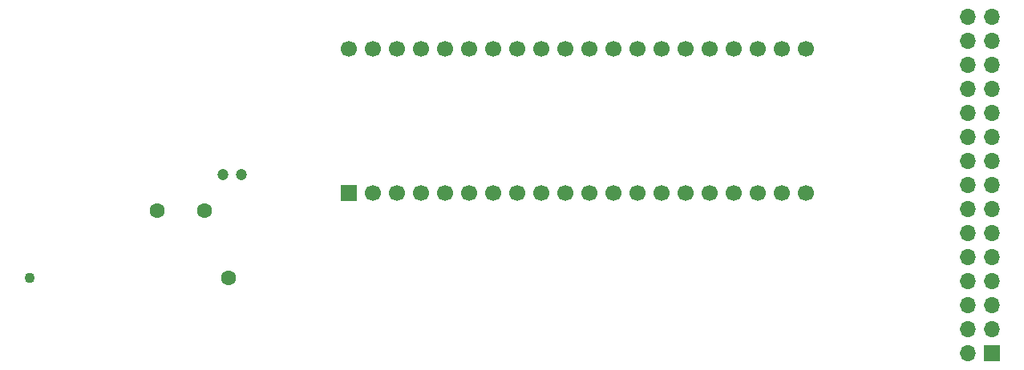
<source format=gbr>
G04 #@! TF.GenerationSoftware,KiCad,Pcbnew,(6.0.0-0)*
G04 #@! TF.CreationDate,2022-04-11T17:58:48+02:00*
G04 #@! TF.ProjectId,ACSI2SD MSTE,41435349-3253-4442-904d-5354452e6b69,1.1*
G04 #@! TF.SameCoordinates,Original*
G04 #@! TF.FileFunction,Soldermask,Bot*
G04 #@! TF.FilePolarity,Negative*
%FSLAX46Y46*%
G04 Gerber Fmt 4.6, Leading zero omitted, Abs format (unit mm)*
G04 Created by KiCad (PCBNEW (6.0.0-0)) date 2022-04-11 17:58:48*
%MOMM*%
%LPD*%
G01*
G04 APERTURE LIST*
%ADD10R,1.700000X1.700000*%
%ADD11C,1.700000*%
%ADD12C,1.100000*%
%ADD13C,1.600000*%
%ADD14C,1.200000*%
%ADD15O,1.700000X1.700000*%
G04 APERTURE END LIST*
D10*
G04 #@! TO.C,U1*
X144145000Y-126365000D03*
D11*
X146685000Y-126365000D03*
X149225000Y-126365000D03*
X151765000Y-126365000D03*
X154305000Y-126365000D03*
X156845000Y-126365000D03*
X159385000Y-126365000D03*
X161925000Y-126365000D03*
X164465000Y-126365000D03*
X167005000Y-126365000D03*
X169545000Y-126365000D03*
X172085000Y-126365000D03*
X174625000Y-126365000D03*
X177165000Y-126365000D03*
X179705000Y-126365000D03*
X182245000Y-126365000D03*
X184785000Y-126365000D03*
X187325000Y-126365000D03*
X189865000Y-126365000D03*
X192405000Y-126365000D03*
X192405000Y-111125000D03*
X189865000Y-111125000D03*
X187325000Y-111125000D03*
X184785000Y-111125000D03*
X182245000Y-111125000D03*
X179705000Y-111125000D03*
X177165000Y-111125000D03*
X174625000Y-111125000D03*
X172085000Y-111125000D03*
X169545000Y-111125000D03*
X167005000Y-111125000D03*
X164465000Y-111125000D03*
X161925000Y-111125000D03*
X159385000Y-111125000D03*
X156845000Y-111125000D03*
X154305000Y-111125000D03*
X151765000Y-111125000D03*
X149225000Y-111125000D03*
X146685000Y-111125000D03*
X144145000Y-111125000D03*
G04 #@! TD*
D12*
G04 #@! TO.C,J2*
X110421000Y-135305000D03*
D13*
X131421000Y-135305000D03*
G04 #@! TD*
D14*
G04 #@! TO.C,C2*
X130810000Y-124460000D03*
X132810000Y-124460000D03*
G04 #@! TD*
D13*
G04 #@! TO.C,C1*
X123865000Y-128270000D03*
X128865000Y-128270000D03*
G04 #@! TD*
D10*
G04 #@! TO.C,J1*
X212000000Y-143300000D03*
D15*
X209460000Y-143300000D03*
X212000000Y-140760000D03*
X209460000Y-140760000D03*
X212000000Y-138220000D03*
X209460000Y-138220000D03*
X212000000Y-135680000D03*
X209460000Y-135680000D03*
X212000000Y-133140000D03*
X209460000Y-133140000D03*
X212000000Y-130600000D03*
X209460000Y-130600000D03*
X212000000Y-128060000D03*
X209460000Y-128060000D03*
X212000000Y-125520000D03*
X209460000Y-125520000D03*
X212000000Y-122980000D03*
X209460000Y-122980000D03*
X212000000Y-120440000D03*
X209460000Y-120440000D03*
X212000000Y-117900000D03*
X209460000Y-117900000D03*
X212000000Y-115360000D03*
X209460000Y-115360000D03*
X212000000Y-112820000D03*
X209460000Y-112820000D03*
X212000000Y-110280000D03*
X209460000Y-110280000D03*
X212000000Y-107740000D03*
X209460000Y-107740000D03*
G04 #@! TD*
M02*

</source>
